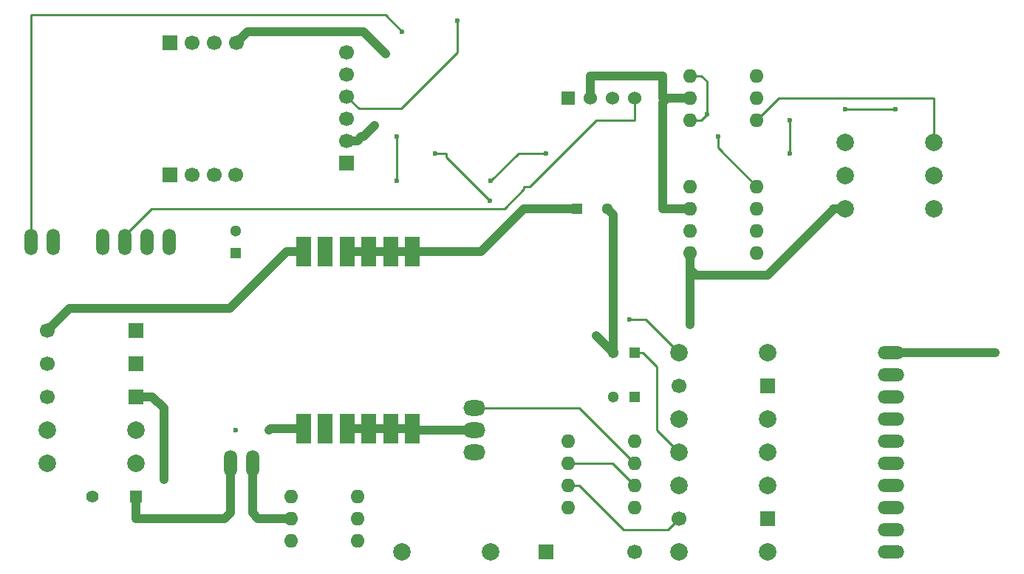
<source format=gbr>
G04 #@! TF.FileFunction,Copper,L1,Top,Signal*
%FSLAX46Y46*%
G04 Gerber Fmt 4.6, Leading zero omitted, Abs format (unit mm)*
G04 Created by KiCad (PCBNEW 4.0.4+e1-6308~48~ubuntu14.04.1-stable) date Tue Oct 18 21:05:16 2016*
%MOMM*%
%LPD*%
G01*
G04 APERTURE LIST*
%ADD10C,0.100000*%
%ADD11C,1.700000*%
%ADD12R,1.700000X1.700000*%
%ADD13O,1.600000X1.600000*%
%ADD14O,1.506220X3.014980*%
%ADD15R,1.300000X1.300000*%
%ADD16C,1.300000*%
%ADD17C,1.699260*%
%ADD18R,1.699260X1.699260*%
%ADD19C,1.998980*%
%ADD20R,1.790000X3.430000*%
%ADD21R,1.524000X1.524000*%
%ADD22C,1.524000*%
%ADD23O,3.014980X1.506220*%
%ADD24O,2.540000X1.800000*%
%ADD25R,1.400000X1.400000*%
%ADD26C,1.400000*%
%ADD27C,0.600000*%
%ADD28C,0.250000*%
%ADD29C,1.000000*%
G04 APERTURE END LIST*
D10*
D11*
X85100000Y-86360000D03*
X85090000Y-101566000D03*
X82560000Y-86360000D03*
X80020000Y-86360000D03*
D12*
X77480000Y-86370000D03*
D11*
X82560000Y-101566000D03*
X80020000Y-101566000D03*
D12*
X77480000Y-101566000D03*
D11*
X97790000Y-87480000D03*
X97790000Y-90020000D03*
X97790000Y-92560000D03*
X97790000Y-95100000D03*
X97790000Y-97640000D03*
D12*
X97790000Y-100180000D03*
D13*
X144780000Y-95250000D03*
X144780000Y-92710000D03*
X144780000Y-90170000D03*
X137160000Y-90170000D03*
X137160000Y-92710000D03*
X137160000Y-95250000D03*
D14*
X64135000Y-109220000D03*
X61595000Y-109220000D03*
D15*
X85090000Y-110490000D03*
D16*
X85090000Y-107990000D03*
D15*
X130810000Y-121920000D03*
D16*
X128310000Y-121920000D03*
D15*
X130810000Y-127000000D03*
D16*
X128310000Y-127000000D03*
D17*
X130810520Y-144777460D03*
D18*
X120650520Y-144777460D03*
D17*
X63499480Y-119382540D03*
D18*
X73659480Y-119382540D03*
D17*
X135889480Y-140972540D03*
D18*
X146049480Y-140972540D03*
D17*
X63499480Y-123192540D03*
D18*
X73659480Y-123192540D03*
D17*
X135889480Y-125732540D03*
D18*
X146049480Y-125732540D03*
D17*
X63499480Y-127002540D03*
D18*
X73659480Y-127002540D03*
D19*
X73660000Y-134620000D03*
X63500000Y-134620000D03*
X135890000Y-144780000D03*
X146050000Y-144780000D03*
X135890000Y-121920000D03*
X146050000Y-121920000D03*
X135890000Y-137160000D03*
X146050000Y-137160000D03*
X135890000Y-129540000D03*
X146050000Y-129540000D03*
X146050000Y-133350000D03*
X135890000Y-133350000D03*
X154940000Y-97790000D03*
X165100000Y-97790000D03*
X104140000Y-144780000D03*
X114300000Y-144780000D03*
D20*
X92810000Y-130650000D03*
X95310000Y-130650000D03*
X97810000Y-130650000D03*
X100310000Y-130650000D03*
X102810000Y-130650000D03*
X105310000Y-130650000D03*
X105310000Y-110340000D03*
X102810000Y-110340000D03*
X100310000Y-110340000D03*
X97810000Y-110340000D03*
X95310000Y-110340000D03*
X92810000Y-110340000D03*
D13*
X130810000Y-139700000D03*
X130810000Y-137160000D03*
X130810000Y-134620000D03*
X130810000Y-132080000D03*
X123190000Y-132080000D03*
X123190000Y-134620000D03*
X123190000Y-137160000D03*
X123190000Y-139700000D03*
D16*
X127635000Y-105410000D03*
D15*
X124135000Y-105410000D03*
D13*
X144780000Y-110490000D03*
X144780000Y-107950000D03*
X144780000Y-105410000D03*
X144780000Y-102870000D03*
X137160000Y-102870000D03*
X137160000Y-105410000D03*
X137160000Y-107950000D03*
X137160000Y-110490000D03*
D21*
X123190000Y-92710000D03*
D22*
X125730000Y-92710000D03*
X128270000Y-92710000D03*
X130810000Y-92710000D03*
D13*
X99060000Y-143510000D03*
X99060000Y-140970000D03*
X99060000Y-138430000D03*
X91440000Y-138430000D03*
X91440000Y-140970000D03*
X91440000Y-143510000D03*
D19*
X154940000Y-105410000D03*
X165100000Y-105410000D03*
X154940000Y-101600000D03*
X165100000Y-101600000D03*
D14*
X77470000Y-109220000D03*
X74930000Y-109220000D03*
X72390000Y-109220000D03*
X69850000Y-109220000D03*
X86995000Y-134620000D03*
X84455000Y-134620000D03*
D23*
X160147000Y-144780000D03*
X160147000Y-142240000D03*
X160147000Y-139700000D03*
X160147000Y-137160000D03*
X160147000Y-132080000D03*
X160147000Y-129540000D03*
X160147000Y-134620000D03*
X160147000Y-127000000D03*
X160147000Y-121920000D03*
X160147000Y-124460000D03*
D24*
X112395000Y-130810000D03*
X112395000Y-128270000D03*
X112395000Y-133350000D03*
D25*
X73660000Y-138430000D03*
D26*
X68660000Y-138430000D03*
D19*
X73660000Y-130810000D03*
X63500000Y-130810000D03*
D27*
X126405000Y-120015000D03*
X100965000Y-95885000D03*
X172085000Y-121920000D03*
X130175000Y-118110000D03*
X120650000Y-99060000D03*
X114300002Y-102235000D03*
X104140000Y-85090000D03*
X137160000Y-118744978D03*
X102235000Y-87630006D03*
X116115200Y-107404800D03*
X85090000Y-130810000D03*
X76835006Y-136525000D03*
X107950000Y-99060000D03*
X114207581Y-104472990D03*
X139065000Y-94615000D03*
X160655000Y-93980000D03*
X154940000Y-93980000D03*
X148590000Y-95250000D03*
X148590000Y-99060000D03*
X110490000Y-83820000D03*
X88900000Y-130810000D03*
X140335026Y-97155000D03*
X103505000Y-102235000D03*
X103505000Y-97155000D03*
D28*
X133350000Y-130810000D02*
X135890000Y-133350000D01*
X133350000Y-123560000D02*
X133350000Y-130810000D01*
X130810000Y-121920000D02*
X131710000Y-121920000D01*
X131710000Y-121920000D02*
X133350000Y-123560000D01*
X123190000Y-134620000D02*
X128270000Y-134620000D01*
X128270000Y-134620000D02*
X130810000Y-137160000D01*
D29*
X128310000Y-121920000D02*
X126405000Y-120015000D01*
X99695000Y-97155000D02*
X100965000Y-95885000D01*
X99477081Y-97155000D02*
X99695000Y-97155000D01*
X97790000Y-97640000D02*
X98992081Y-97640000D01*
X98992081Y-97640000D02*
X99477081Y-97155000D01*
X128310000Y-121920000D02*
X128310000Y-106085000D01*
X128310000Y-106085000D02*
X127635000Y-105410000D01*
X160147000Y-121920000D02*
X172085000Y-121920000D01*
D28*
X130175000Y-118110000D02*
X131445000Y-118110000D01*
X131869264Y-118110000D02*
X131445000Y-118110000D01*
X132080000Y-118110000D02*
X131869264Y-118110000D01*
X135890000Y-121920000D02*
X132080000Y-118110000D01*
X129540000Y-142240000D02*
X134622020Y-142240000D01*
X134622020Y-142240000D02*
X135889480Y-140972540D01*
X124460000Y-137160000D02*
X129540000Y-142240000D01*
X123190000Y-137160000D02*
X124460000Y-137160000D01*
X130810000Y-95250000D02*
X130810000Y-92710000D01*
X126365000Y-95250000D02*
X130810000Y-95250000D01*
X118735001Y-102879999D02*
X126365000Y-95250000D01*
X118100001Y-102879999D02*
X118735001Y-102879999D01*
X118100001Y-103170001D02*
X118100001Y-102879999D01*
X75445620Y-105410000D02*
X115860002Y-105410000D01*
X72390000Y-109220000D02*
X72390000Y-108465620D01*
X72390000Y-108465620D02*
X75445620Y-105410000D01*
X115860002Y-105410000D02*
X118100001Y-103170001D01*
X120225736Y-99060000D02*
X120650000Y-99060000D01*
X117475002Y-99060000D02*
X120225736Y-99060000D01*
X114300002Y-102235000D02*
X117475002Y-99060000D01*
D29*
X87630000Y-140970000D02*
X86995000Y-140335000D01*
X86995000Y-140335000D02*
X86995000Y-134620000D01*
X91440000Y-140970000D02*
X87630000Y-140970000D01*
D28*
X104140000Y-85090000D02*
X102235000Y-83185000D01*
X61595000Y-83185000D02*
X61595000Y-109220000D01*
X102235000Y-83185000D02*
X61595000Y-83185000D01*
D29*
X137795000Y-113030000D02*
X137160000Y-112395000D01*
X137160000Y-112395000D02*
X137160000Y-110490000D01*
X137160000Y-118744978D02*
X137160000Y-110490000D01*
X133985000Y-92710000D02*
X137160000Y-92710000D01*
X133985000Y-90170000D02*
X133985000Y-92710000D01*
X125730000Y-90170000D02*
X133985000Y-90170000D01*
X125730000Y-92710000D02*
X125730000Y-90170000D01*
X154940000Y-105410000D02*
X153526508Y-105410000D01*
X153526508Y-105410000D02*
X153526508Y-105553492D01*
X153526508Y-105553492D02*
X146050000Y-113030000D01*
X146050000Y-113030000D02*
X137795000Y-113030000D01*
X137160000Y-92710000D02*
X134481370Y-92710000D01*
X134481370Y-92710000D02*
X133985000Y-93206370D01*
X133985000Y-93206370D02*
X133985000Y-105410000D01*
X133985000Y-105410000D02*
X137160000Y-105410000D01*
X85100000Y-86360000D02*
X86370000Y-85090000D01*
X86370000Y-85090000D02*
X99694994Y-85090000D01*
X99694994Y-85090000D02*
X101935001Y-87330007D01*
X101935001Y-87330007D02*
X102235000Y-87630006D01*
X112395000Y-130810000D02*
X105470000Y-130810000D01*
X105470000Y-130810000D02*
X105310000Y-130650000D01*
X97810000Y-130650000D02*
X100310000Y-130650000D01*
X112870000Y-130650000D02*
X113030000Y-130810000D01*
X102810000Y-130650000D02*
X105310000Y-130650000D01*
X100310000Y-130650000D02*
X102810000Y-130650000D01*
D28*
X165100000Y-92710000D02*
X147320000Y-92710000D01*
X147320000Y-92710000D02*
X144780000Y-95250000D01*
X165100000Y-97790000D02*
X165100000Y-92710000D01*
D29*
X121920000Y-105410000D02*
X124135000Y-105410000D01*
X121920000Y-105410000D02*
X118110000Y-105410000D01*
X118110000Y-105410000D02*
X116115200Y-107404800D01*
X100310000Y-110340000D02*
X97810000Y-110340000D01*
X113180000Y-110340000D02*
X116115200Y-107404800D01*
X105310000Y-110340000D02*
X113180000Y-110340000D01*
X102810000Y-110340000D02*
X105310000Y-110340000D01*
X100310000Y-110340000D02*
X102810000Y-110340000D01*
X92810000Y-110340000D02*
X90915000Y-110340000D01*
X90915000Y-110340000D02*
X84415000Y-116840000D01*
X84415000Y-116840000D02*
X66042020Y-116840000D01*
X66042020Y-116840000D02*
X63499480Y-119382540D01*
X76835006Y-128328436D02*
X76835006Y-136525000D01*
X75509110Y-127002540D02*
X76835006Y-128328436D01*
X73659480Y-127002540D02*
X75509110Y-127002540D01*
D28*
X108585000Y-99060000D02*
X107950000Y-99060000D01*
X109220000Y-99485409D02*
X109220000Y-99060000D01*
X109220000Y-99060000D02*
X108585000Y-99060000D01*
X114207581Y-104472990D02*
X109220000Y-99485409D01*
X137160000Y-95250000D02*
X138430000Y-95250000D01*
X138430000Y-95250000D02*
X139065000Y-94615000D01*
X139065000Y-90805000D02*
X138430000Y-90170000D01*
X139065000Y-94615000D02*
X139065000Y-90805000D01*
X138430000Y-90170000D02*
X137160000Y-90170000D01*
X154940000Y-93980000D02*
X160655000Y-93980000D01*
X148590000Y-99060000D02*
X148590000Y-95250000D01*
X97790000Y-92560000D02*
X99165011Y-93935011D01*
X99165011Y-93935011D02*
X104012416Y-93935011D01*
X104012416Y-93935011D02*
X110490000Y-87457427D01*
X110490000Y-87457427D02*
X110490000Y-83820000D01*
D29*
X92810000Y-130650000D02*
X89060000Y-130650000D01*
X89060000Y-130650000D02*
X88900000Y-130810000D01*
X84455000Y-134620000D02*
X84455000Y-140335000D01*
X84455000Y-140335000D02*
X83820000Y-140970000D01*
X83820000Y-140970000D02*
X73660000Y-140970000D01*
X73660000Y-140970000D02*
X73660000Y-138430000D01*
D28*
X112395000Y-128270000D02*
X124460000Y-128270000D01*
X124460000Y-128270000D02*
X130810000Y-134620000D01*
X140335026Y-97579264D02*
X140335026Y-97155000D01*
X140335026Y-98425026D02*
X140335026Y-97579264D01*
X144780000Y-102870000D02*
X140335026Y-98425026D01*
X103505000Y-97155000D02*
X103505000Y-102235000D01*
M02*

</source>
